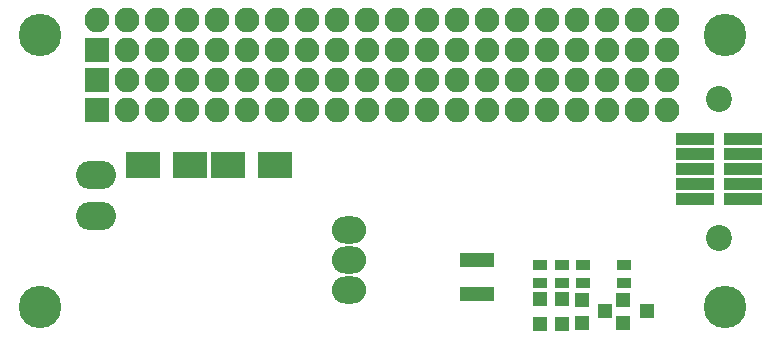
<source format=gbr>
G04 #@! TF.FileFunction,Soldermask,Top*
%FSLAX46Y46*%
G04 Gerber Fmt 4.6, Leading zero omitted, Abs format (unit mm)*
G04 Created by KiCad (PCBNEW 4.0.1-stable) date 2017-01-07 21:59:04*
%MOMM*%
G01*
G04 APERTURE LIST*
%ADD10C,0.100000*%
%ADD11O,2.900000X2.300000*%
%ADD12C,3.600000*%
%ADD13R,2.900000X1.300000*%
%ADD14R,2.900000X2.200000*%
%ADD15O,3.400000X2.400000*%
%ADD16R,2.100000X2.100000*%
%ADD17O,2.100000X2.100000*%
%ADD18C,2.200000*%
%ADD19R,3.195000X1.140000*%
%ADD20R,1.300000X1.200000*%
%ADD21R,1.300000X0.900000*%
G04 APERTURE END LIST*
D10*
D11*
X-42792920Y34903640D03*
X-42792920Y37443640D03*
X-42792920Y39983640D03*
D12*
X-69000000Y33500000D03*
X-11000000Y33500000D03*
X-69000000Y56500000D03*
X-11000000Y56500000D03*
D13*
X-32003000Y34556000D03*
X-32003000Y37456000D03*
D14*
X-60302160Y45510680D03*
X-56302160Y45510680D03*
X-53073320Y45505600D03*
X-49073320Y45505600D03*
D15*
X-64213800Y41139400D03*
X-64213800Y44639400D03*
D16*
X-64130000Y50150000D03*
D17*
X-61590000Y50150000D03*
X-59050000Y50150000D03*
X-56510000Y50150000D03*
X-53970000Y50150000D03*
X-51430000Y50150000D03*
X-48890000Y50150000D03*
X-46350000Y50150000D03*
X-43810000Y50150000D03*
X-41270000Y50150000D03*
X-38730000Y50150000D03*
X-36190000Y50150000D03*
X-33650000Y50150000D03*
X-31110000Y50150000D03*
X-28570000Y50150000D03*
X-26030000Y50150000D03*
X-23490000Y50150000D03*
X-20950000Y50150000D03*
X-18410000Y50150000D03*
X-15870000Y50150000D03*
D16*
X-64130000Y55230000D03*
D17*
X-64130000Y57770000D03*
X-61590000Y55230000D03*
X-61590000Y57770000D03*
X-59050000Y55230000D03*
X-59050000Y57770000D03*
X-56510000Y55230000D03*
X-56510000Y57770000D03*
X-53970000Y55230000D03*
X-53970000Y57770000D03*
X-51430000Y55230000D03*
X-51430000Y57770000D03*
X-48890000Y55230000D03*
X-48890000Y57770000D03*
X-46350000Y55230000D03*
X-46350000Y57770000D03*
X-43810000Y55230000D03*
X-43810000Y57770000D03*
X-41270000Y55230000D03*
X-41270000Y57770000D03*
X-38730000Y55230000D03*
X-38730000Y57770000D03*
X-36190000Y55230000D03*
X-36190000Y57770000D03*
X-33650000Y55230000D03*
X-33650000Y57770000D03*
X-31110000Y55230000D03*
X-31110000Y57770000D03*
X-28570000Y55230000D03*
X-28570000Y57770000D03*
X-26030000Y55230000D03*
X-26030000Y57770000D03*
X-23490000Y55230000D03*
X-23490000Y57770000D03*
X-20950000Y55230000D03*
X-20950000Y57770000D03*
X-18410000Y55230000D03*
X-18410000Y57770000D03*
X-15870000Y55230000D03*
X-15870000Y57770000D03*
D18*
X-11469640Y51042900D03*
X-11469640Y39307900D03*
D19*
X-13502140Y47715400D03*
X-9437140Y47715400D03*
X-13502140Y46445400D03*
X-9437140Y46445400D03*
X-13502140Y45175400D03*
X-9437140Y45175400D03*
X-13502140Y43905400D03*
X-9437140Y43905400D03*
X-13502140Y42635400D03*
X-9437140Y42635400D03*
D16*
X-64130000Y52690000D03*
D17*
X-61590000Y52690000D03*
X-59050000Y52690000D03*
X-56510000Y52690000D03*
X-53970000Y52690000D03*
X-51430000Y52690000D03*
X-48890000Y52690000D03*
X-46350000Y52690000D03*
X-43810000Y52690000D03*
X-41270000Y52690000D03*
X-38730000Y52690000D03*
X-36190000Y52690000D03*
X-33650000Y52690000D03*
X-31110000Y52690000D03*
X-28570000Y52690000D03*
X-26030000Y52690000D03*
X-23490000Y52690000D03*
X-20950000Y52690000D03*
X-18410000Y52690000D03*
X-15870000Y52690000D03*
D20*
X-24791940Y32047700D03*
X-24791940Y34147700D03*
X-26696940Y32047700D03*
X-26696940Y34147700D03*
X-23124940Y34047700D03*
X-23124940Y32147700D03*
X-21124940Y33097700D03*
X-19632440Y34047700D03*
X-19632440Y32147700D03*
X-17632440Y33097700D03*
D21*
X-24791940Y37022700D03*
X-24791940Y35522700D03*
X-23013940Y37022700D03*
X-23013940Y35522700D03*
X-19521440Y37022700D03*
X-19521440Y35522700D03*
X-26696940Y37022700D03*
X-26696940Y35522700D03*
M02*

</source>
